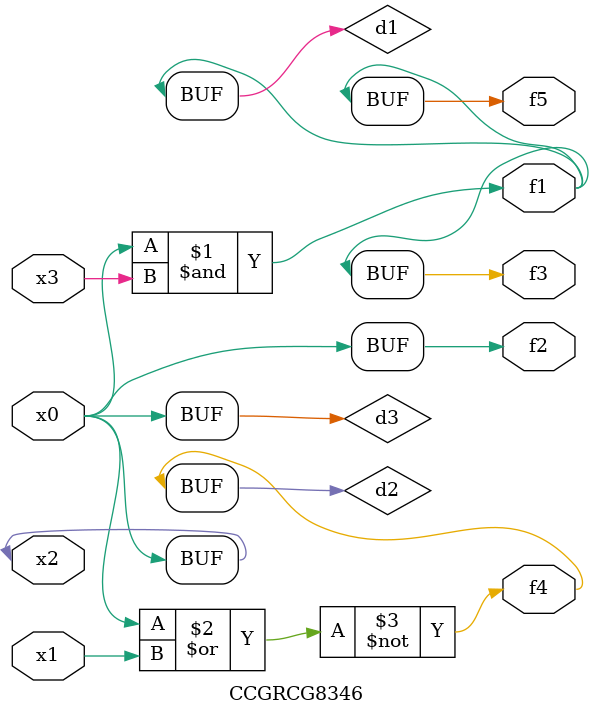
<source format=v>
module CCGRCG8346(
	input x0, x1, x2, x3,
	output f1, f2, f3, f4, f5
);

	wire d1, d2, d3;

	and (d1, x2, x3);
	nor (d2, x0, x1);
	buf (d3, x0, x2);
	assign f1 = d1;
	assign f2 = d3;
	assign f3 = d1;
	assign f4 = d2;
	assign f5 = d1;
endmodule

</source>
